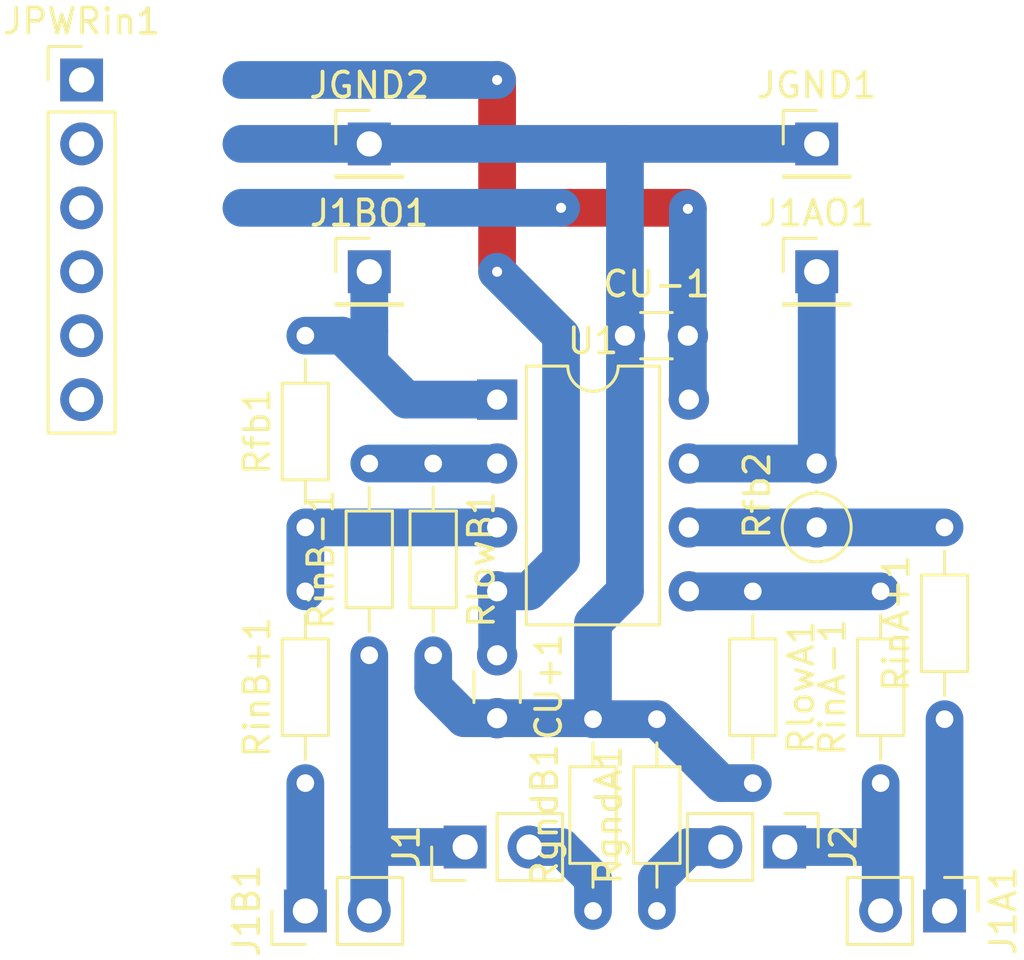
<source format=kicad_pcb>
(kicad_pcb (version 20171130) (host pcbnew 5.0.2-bee76a0~70~ubuntu16.04.1)

  (general
    (thickness 1.6)
    (drawings 0)
    (tracks 63)
    (zones 0)
    (modules 22)
    (nets 16)
  )

  (page A4)
  (layers
    (0 F.Cu signal)
    (31 B.Cu signal)
    (32 B.Adhes user)
    (33 F.Adhes user)
    (34 B.Paste user)
    (35 F.Paste user)
    (36 B.SilkS user)
    (37 F.SilkS user)
    (38 B.Mask user)
    (39 F.Mask user)
    (40 Dwgs.User user)
    (41 Cmts.User user)
    (42 Eco1.User user)
    (43 Eco2.User user)
    (44 Edge.Cuts user)
    (45 Margin user)
    (46 B.CrtYd user)
    (47 F.CrtYd user)
    (48 B.Fab user)
    (49 F.Fab user hide)
  )

  (setup
    (last_trace_width 1.5)
    (trace_clearance 0.2)
    (zone_clearance 0.508)
    (zone_45_only no)
    (trace_min 0.2)
    (segment_width 0.2)
    (edge_width 0.1)
    (via_size 0.8)
    (via_drill 0.4)
    (via_min_size 0.4)
    (via_min_drill 0.3)
    (uvia_size 0.3)
    (uvia_drill 0.1)
    (uvias_allowed no)
    (uvia_min_size 0.2)
    (uvia_min_drill 0.1)
    (pcb_text_width 0.3)
    (pcb_text_size 1.5 1.5)
    (mod_edge_width 0.15)
    (mod_text_size 1 1)
    (mod_text_width 0.15)
    (pad_size 1.5 1.5)
    (pad_drill 0.6)
    (pad_to_mask_clearance 0)
    (solder_mask_min_width 0.25)
    (aux_axis_origin 0 0)
    (visible_elements FFFFFF7F)
    (pcbplotparams
      (layerselection 0x010fc_ffffffff)
      (usegerberextensions false)
      (usegerberattributes false)
      (usegerberadvancedattributes false)
      (creategerberjobfile false)
      (excludeedgelayer true)
      (linewidth 0.100000)
      (plotframeref false)
      (viasonmask false)
      (mode 1)
      (useauxorigin false)
      (hpglpennumber 1)
      (hpglpenspeed 20)
      (hpglpendiameter 15.000000)
      (psnegative false)
      (psa4output false)
      (plotreference true)
      (plotvalue true)
      (plotinvisibletext false)
      (padsonsilk false)
      (subtractmaskfromsilk false)
      (outputformat 1)
      (mirror false)
      (drillshape 1)
      (scaleselection 1)
      (outputdirectory ""))
  )

  (net 0 "")
  (net 1 +15V)
  (net 2 GNDA)
  (net 3 -15V)
  (net 4 /input1/inB-)
  (net 5 "Net-(J1-Pad2)")
  (net 6 /input1/inA-)
  (net 7 "Net-(J2-Pad2)")
  (net 8 /input1/inA+)
  (net 9 /input1/inB+)
  (net 10 "Net-(Rfb1-Pad1)")
  (net 11 /input1/outB)
  (net 12 "Net-(Rfb2-Pad1)")
  (net 13 /input1/outA)
  (net 14 "Net-(RinA-1-Pad2)")
  (net 15 "Net-(RinB-1-Pad2)")

  (net_class Default "This is the default net class."
    (clearance 0.2)
    (trace_width 1.5)
    (via_dia 0.8)
    (via_drill 0.4)
    (uvia_dia 0.3)
    (uvia_drill 0.1)
    (add_net +15V)
    (add_net -15V)
    (add_net /input1/inA+)
    (add_net /input1/inA-)
    (add_net /input1/inB+)
    (add_net /input1/inB-)
    (add_net /input1/outA)
    (add_net /input1/outB)
    (add_net GNDA)
    (add_net "Net-(J1-Pad2)")
    (add_net "Net-(J2-Pad2)")
    (add_net "Net-(Rfb1-Pad1)")
    (add_net "Net-(Rfb2-Pad1)")
    (add_net "Net-(RinA-1-Pad2)")
    (add_net "Net-(RinB-1-Pad2)")
  )

  (module Capacitor_THT:C_Disc_D3.0mm_W1.6mm_P2.50mm (layer F.Cu) (tedit 5AE50EF0) (tstamp 5C05A0D3)
    (at 40.64 43.18 270)
    (descr "C, Disc series, Radial, pin pitch=2.50mm, , diameter*width=3.0*1.6mm^2, Capacitor, http://www.vishay.com/docs/45233/krseries.pdf")
    (tags "C Disc series Radial pin pitch 2.50mm  diameter 3.0mm width 1.6mm Capacitor")
    (path /5C06F581/5C073395)
    (fp_text reference CU+1 (at 1.25 -2.05 270) (layer F.SilkS)
      (effects (font (size 1 1) (thickness 0.15)))
    )
    (fp_text value 100n (at 1.25 2.05 270) (layer F.Fab)
      (effects (font (size 1 1) (thickness 0.15)))
    )
    (fp_line (start -0.25 -0.8) (end -0.25 0.8) (layer F.Fab) (width 0.1))
    (fp_line (start -0.25 0.8) (end 2.75 0.8) (layer F.Fab) (width 0.1))
    (fp_line (start 2.75 0.8) (end 2.75 -0.8) (layer F.Fab) (width 0.1))
    (fp_line (start 2.75 -0.8) (end -0.25 -0.8) (layer F.Fab) (width 0.1))
    (fp_line (start 0.621 -0.92) (end 1.879 -0.92) (layer F.SilkS) (width 0.12))
    (fp_line (start 0.621 0.92) (end 1.879 0.92) (layer F.SilkS) (width 0.12))
    (fp_line (start -1.05 -1.05) (end -1.05 1.05) (layer F.CrtYd) (width 0.05))
    (fp_line (start -1.05 1.05) (end 3.55 1.05) (layer F.CrtYd) (width 0.05))
    (fp_line (start 3.55 1.05) (end 3.55 -1.05) (layer F.CrtYd) (width 0.05))
    (fp_line (start 3.55 -1.05) (end -1.05 -1.05) (layer F.CrtYd) (width 0.05))
    (fp_text user %R (at 1.25 0 270) (layer F.Fab)
      (effects (font (size 0.6 0.6) (thickness 0.09)))
    )
    (pad 1 thru_hole circle (at 0 0 270) (size 1.6 1.6) (drill 0.8) (layers *.Cu *.Mask)
      (net 1 +15V))
    (pad 2 thru_hole circle (at 2.5 0 270) (size 1.6 1.6) (drill 0.8) (layers *.Cu *.Mask)
      (net 2 GNDA))
    (model ${KISYS3DMOD}/Capacitor_THT.3dshapes/C_Disc_D3.0mm_W1.6mm_P2.50mm.wrl
      (at (xyz 0 0 0))
      (scale (xyz 1 1 1))
      (rotate (xyz 0 0 0))
    )
  )

  (module Capacitor_THT:C_Disc_D3.0mm_W1.6mm_P2.50mm (layer F.Cu) (tedit 5AE50EF0) (tstamp 5C05A184)
    (at 45.72 30.48)
    (descr "C, Disc series, Radial, pin pitch=2.50mm, , diameter*width=3.0*1.6mm^2, Capacitor, http://www.vishay.com/docs/45233/krseries.pdf")
    (tags "C Disc series Radial pin pitch 2.50mm  diameter 3.0mm width 1.6mm Capacitor")
    (path /5C06F581/5C0733A6)
    (fp_text reference CU-1 (at 1.25 -2.05) (layer F.SilkS)
      (effects (font (size 1 1) (thickness 0.15)))
    )
    (fp_text value 100n (at 1.25 2.05) (layer F.Fab)
      (effects (font (size 1 1) (thickness 0.15)))
    )
    (fp_text user %R (at 1.25 0) (layer F.Fab)
      (effects (font (size 0.6 0.6) (thickness 0.09)))
    )
    (fp_line (start 3.55 -1.05) (end -1.05 -1.05) (layer F.CrtYd) (width 0.05))
    (fp_line (start 3.55 1.05) (end 3.55 -1.05) (layer F.CrtYd) (width 0.05))
    (fp_line (start -1.05 1.05) (end 3.55 1.05) (layer F.CrtYd) (width 0.05))
    (fp_line (start -1.05 -1.05) (end -1.05 1.05) (layer F.CrtYd) (width 0.05))
    (fp_line (start 0.621 0.92) (end 1.879 0.92) (layer F.SilkS) (width 0.12))
    (fp_line (start 0.621 -0.92) (end 1.879 -0.92) (layer F.SilkS) (width 0.12))
    (fp_line (start 2.75 -0.8) (end -0.25 -0.8) (layer F.Fab) (width 0.1))
    (fp_line (start 2.75 0.8) (end 2.75 -0.8) (layer F.Fab) (width 0.1))
    (fp_line (start -0.25 0.8) (end 2.75 0.8) (layer F.Fab) (width 0.1))
    (fp_line (start -0.25 -0.8) (end -0.25 0.8) (layer F.Fab) (width 0.1))
    (pad 2 thru_hole circle (at 2.5 0) (size 1.6 1.6) (drill 0.8) (layers *.Cu *.Mask)
      (net 3 -15V))
    (pad 1 thru_hole circle (at 0 0) (size 1.6 1.6) (drill 0.8) (layers *.Cu *.Mask)
      (net 2 GNDA))
    (model ${KISYS3DMOD}/Capacitor_THT.3dshapes/C_Disc_D3.0mm_W1.6mm_P2.50mm.wrl
      (at (xyz 0 0 0))
      (scale (xyz 1 1 1))
      (rotate (xyz 0 0 0))
    )
  )

  (module Connector_PinHeader_2.54mm:PinHeader_1x02_P2.54mm_Vertical (layer F.Cu) (tedit 59FED5CC) (tstamp 5C05A14A)
    (at 39.37 50.8 90)
    (descr "Through hole straight pin header, 1x02, 2.54mm pitch, single row")
    (tags "Through hole pin header THT 1x02 2.54mm single row")
    (path /5C06F581/5C072525)
    (fp_text reference J1 (at 0 -2.33 90) (layer F.SilkS)
      (effects (font (size 1 1) (thickness 0.15)))
    )
    (fp_text value Jumper (at 0 4.87 90) (layer F.Fab)
      (effects (font (size 1 1) (thickness 0.15)))
    )
    (fp_line (start -0.635 -1.27) (end 1.27 -1.27) (layer F.Fab) (width 0.1))
    (fp_line (start 1.27 -1.27) (end 1.27 3.81) (layer F.Fab) (width 0.1))
    (fp_line (start 1.27 3.81) (end -1.27 3.81) (layer F.Fab) (width 0.1))
    (fp_line (start -1.27 3.81) (end -1.27 -0.635) (layer F.Fab) (width 0.1))
    (fp_line (start -1.27 -0.635) (end -0.635 -1.27) (layer F.Fab) (width 0.1))
    (fp_line (start -1.33 3.87) (end 1.33 3.87) (layer F.SilkS) (width 0.12))
    (fp_line (start -1.33 1.27) (end -1.33 3.87) (layer F.SilkS) (width 0.12))
    (fp_line (start 1.33 1.27) (end 1.33 3.87) (layer F.SilkS) (width 0.12))
    (fp_line (start -1.33 1.27) (end 1.33 1.27) (layer F.SilkS) (width 0.12))
    (fp_line (start -1.33 0) (end -1.33 -1.33) (layer F.SilkS) (width 0.12))
    (fp_line (start -1.33 -1.33) (end 0 -1.33) (layer F.SilkS) (width 0.12))
    (fp_line (start -1.8 -1.8) (end -1.8 4.35) (layer F.CrtYd) (width 0.05))
    (fp_line (start -1.8 4.35) (end 1.8 4.35) (layer F.CrtYd) (width 0.05))
    (fp_line (start 1.8 4.35) (end 1.8 -1.8) (layer F.CrtYd) (width 0.05))
    (fp_line (start 1.8 -1.8) (end -1.8 -1.8) (layer F.CrtYd) (width 0.05))
    (fp_text user %R (at 0 1.27 180) (layer F.Fab)
      (effects (font (size 1 1) (thickness 0.15)))
    )
    (pad 1 thru_hole rect (at 0 0 90) (size 1.7 1.7) (drill 1) (layers *.Cu *.Mask)
      (net 4 /input1/inB-))
    (pad 2 thru_hole oval (at 0 2.54 90) (size 1.7 1.7) (drill 1) (layers *.Cu *.Mask)
      (net 5 "Net-(J1-Pad2)"))
    (model ${KISYS3DMOD}/Connector_PinHeader_2.54mm.3dshapes/PinHeader_1x02_P2.54mm_Vertical.wrl
      (at (xyz 0 0 0))
      (scale (xyz 1 1 1))
      (rotate (xyz 0 0 0))
    )
  )

  (module Connector_PinHeader_2.54mm:PinHeader_1x02_P2.54mm_Vertical (layer F.Cu) (tedit 5C05736E) (tstamp 5C059DCF)
    (at 52.07 50.8 270)
    (descr "Through hole straight pin header, 1x02, 2.54mm pitch, single row")
    (tags "Through hole pin header THT 1x02 2.54mm single row")
    (path /5C06F581/5C0724DE)
    (fp_text reference J2 (at 0 -2.33 270) (layer F.SilkS)
      (effects (font (size 1 1) (thickness 0.15)))
    )
    (fp_text value Jumper (at 0 4.87 270) (layer F.Fab)
      (effects (font (size 1 1) (thickness 0.15)))
    )
    (fp_line (start -0.635 -1.27) (end 1.27 -1.27) (layer F.Fab) (width 0.1))
    (fp_line (start 1.27 -1.27) (end 1.27 3.81) (layer F.Fab) (width 0.1))
    (fp_line (start 1.27 3.81) (end -1.27 3.81) (layer F.Fab) (width 0.1))
    (fp_line (start -1.27 3.81) (end -1.27 -0.635) (layer F.Fab) (width 0.1))
    (fp_line (start -1.27 -0.635) (end -0.635 -1.27) (layer F.Fab) (width 0.1))
    (fp_line (start -1.33 3.87) (end 1.33 3.87) (layer F.SilkS) (width 0.12))
    (fp_line (start -1.33 1.27) (end -1.33 3.87) (layer F.SilkS) (width 0.12))
    (fp_line (start 1.33 1.27) (end 1.33 3.87) (layer F.SilkS) (width 0.12))
    (fp_line (start -1.33 1.27) (end 1.33 1.27) (layer F.SilkS) (width 0.12))
    (fp_line (start -1.33 0) (end -1.33 -1.33) (layer F.SilkS) (width 0.12))
    (fp_line (start -1.33 -1.33) (end 0 -1.33) (layer F.SilkS) (width 0.12))
    (fp_line (start -1.8 -1.8) (end -1.8 4.35) (layer F.CrtYd) (width 0.05))
    (fp_line (start -1.8 4.35) (end 1.8 4.35) (layer F.CrtYd) (width 0.05))
    (fp_line (start 1.8 4.35) (end 1.8 -1.8) (layer F.CrtYd) (width 0.05))
    (fp_line (start 1.8 -1.8) (end -1.8 -1.8) (layer F.CrtYd) (width 0.05))
    (fp_text user %R (at 0 1.27) (layer F.Fab)
      (effects (font (size 1 1) (thickness 0.15)))
    )
    (pad 1 thru_hole rect (at 0 0 270) (size 1.7 1.7) (drill 1) (layers *.Cu *.Mask)
      (net 6 /input1/inA-))
    (pad 2 thru_hole oval (at 0 2.54 270) (size 1.7 1.7) (drill 1) (layers *.Cu *.Mask)
      (net 7 "Net-(J2-Pad2)"))
    (model ${KISYS3DMOD}/Connector_PinHeader_2.54mm.3dshapes/PinHeader_1x02_P2.54mm_Vertical.wrl
      (at (xyz 0 0 0))
      (scale (xyz 1 1 1))
      (rotate (xyz 0 0 0))
    )
  )

  (module Connector_PinHeader_2.54mm:PinHeader_1x02_P2.54mm_Vertical (layer F.Cu) (tedit 59FED5CC) (tstamp 5C059C61)
    (at 58.42 53.34 270)
    (descr "Through hole straight pin header, 1x02, 2.54mm pitch, single row")
    (tags "Through hole pin header THT 1x02 2.54mm single row")
    (path /5BC9D135)
    (fp_text reference J1A1 (at 0 -2.33 270) (layer F.SilkS)
      (effects (font (size 1 1) (thickness 0.15)))
    )
    (fp_text value "Audio In 1 A" (at 0 4.87 270) (layer F.Fab)
      (effects (font (size 1 1) (thickness 0.15)))
    )
    (fp_text user %R (at 0 1.27) (layer F.Fab)
      (effects (font (size 1 1) (thickness 0.15)))
    )
    (fp_line (start 1.8 -1.8) (end -1.8 -1.8) (layer F.CrtYd) (width 0.05))
    (fp_line (start 1.8 4.35) (end 1.8 -1.8) (layer F.CrtYd) (width 0.05))
    (fp_line (start -1.8 4.35) (end 1.8 4.35) (layer F.CrtYd) (width 0.05))
    (fp_line (start -1.8 -1.8) (end -1.8 4.35) (layer F.CrtYd) (width 0.05))
    (fp_line (start -1.33 -1.33) (end 0 -1.33) (layer F.SilkS) (width 0.12))
    (fp_line (start -1.33 0) (end -1.33 -1.33) (layer F.SilkS) (width 0.12))
    (fp_line (start -1.33 1.27) (end 1.33 1.27) (layer F.SilkS) (width 0.12))
    (fp_line (start 1.33 1.27) (end 1.33 3.87) (layer F.SilkS) (width 0.12))
    (fp_line (start -1.33 1.27) (end -1.33 3.87) (layer F.SilkS) (width 0.12))
    (fp_line (start -1.33 3.87) (end 1.33 3.87) (layer F.SilkS) (width 0.12))
    (fp_line (start -1.27 -0.635) (end -0.635 -1.27) (layer F.Fab) (width 0.1))
    (fp_line (start -1.27 3.81) (end -1.27 -0.635) (layer F.Fab) (width 0.1))
    (fp_line (start 1.27 3.81) (end -1.27 3.81) (layer F.Fab) (width 0.1))
    (fp_line (start 1.27 -1.27) (end 1.27 3.81) (layer F.Fab) (width 0.1))
    (fp_line (start -0.635 -1.27) (end 1.27 -1.27) (layer F.Fab) (width 0.1))
    (pad 2 thru_hole oval (at 0 2.54 270) (size 1.7 1.7) (drill 1) (layers *.Cu *.Mask)
      (net 6 /input1/inA-))
    (pad 1 thru_hole rect (at 0 0 270) (size 1.7 1.7) (drill 1) (layers *.Cu *.Mask)
      (net 8 /input1/inA+))
    (model ${KISYS3DMOD}/Connector_PinHeader_2.54mm.3dshapes/PinHeader_1x02_P2.54mm_Vertical.wrl
      (at (xyz 0 0 0))
      (scale (xyz 1 1 1))
      (rotate (xyz 0 0 0))
    )
  )

  (module Connector_PinHeader_2.54mm:PinHeader_1x01_P2.54mm_Vertical (layer F.Cu) (tedit 59FED5CC) (tstamp 5C059CBD)
    (at 53.34 27.94)
    (descr "Through hole straight pin header, 1x01, 2.54mm pitch, single row")
    (tags "Through hole pin header THT 1x01 2.54mm single row")
    (path /5BCCAE6C)
    (fp_text reference J1AO1 (at 0 -2.33) (layer F.SilkS)
      (effects (font (size 1 1) (thickness 0.15)))
    )
    (fp_text value toInVolume (at 0 2.33) (layer F.Fab)
      (effects (font (size 1 1) (thickness 0.15)))
    )
    (fp_text user %R (at 0 0 90) (layer F.Fab)
      (effects (font (size 1 1) (thickness 0.15)))
    )
    (fp_line (start 1.8 -1.8) (end -1.8 -1.8) (layer F.CrtYd) (width 0.05))
    (fp_line (start 1.8 1.8) (end 1.8 -1.8) (layer F.CrtYd) (width 0.05))
    (fp_line (start -1.8 1.8) (end 1.8 1.8) (layer F.CrtYd) (width 0.05))
    (fp_line (start -1.8 -1.8) (end -1.8 1.8) (layer F.CrtYd) (width 0.05))
    (fp_line (start -1.33 -1.33) (end 0 -1.33) (layer F.SilkS) (width 0.12))
    (fp_line (start -1.33 0) (end -1.33 -1.33) (layer F.SilkS) (width 0.12))
    (fp_line (start -1.33 1.27) (end 1.33 1.27) (layer F.SilkS) (width 0.12))
    (fp_line (start 1.33 1.27) (end 1.33 1.33) (layer F.SilkS) (width 0.12))
    (fp_line (start -1.33 1.27) (end -1.33 1.33) (layer F.SilkS) (width 0.12))
    (fp_line (start -1.33 1.33) (end 1.33 1.33) (layer F.SilkS) (width 0.12))
    (fp_line (start -1.27 -0.635) (end -0.635 -1.27) (layer F.Fab) (width 0.1))
    (fp_line (start -1.27 1.27) (end -1.27 -0.635) (layer F.Fab) (width 0.1))
    (fp_line (start 1.27 1.27) (end -1.27 1.27) (layer F.Fab) (width 0.1))
    (fp_line (start 1.27 -1.27) (end 1.27 1.27) (layer F.Fab) (width 0.1))
    (fp_line (start -0.635 -1.27) (end 1.27 -1.27) (layer F.Fab) (width 0.1))
    (pad 1 thru_hole rect (at 0 0) (size 1.7 1.7) (drill 1) (layers *.Cu *.Mask)
      (net 13 /input1/outA))
    (model ${KISYS3DMOD}/Connector_PinHeader_2.54mm.3dshapes/PinHeader_1x01_P2.54mm_Vertical.wrl
      (at (xyz 0 0 0))
      (scale (xyz 1 1 1))
      (rotate (xyz 0 0 0))
    )
  )

  (module Connector_PinHeader_2.54mm:PinHeader_1x02_P2.54mm_Vertical (layer F.Cu) (tedit 59FED5CC) (tstamp 5C05A099)
    (at 33.02 53.34 90)
    (descr "Through hole straight pin header, 1x02, 2.54mm pitch, single row")
    (tags "Through hole pin header THT 1x02 2.54mm single row")
    (path /5BCB9F7A)
    (fp_text reference J1B1 (at 0 -2.33 90) (layer F.SilkS)
      (effects (font (size 1 1) (thickness 0.15)))
    )
    (fp_text value "Audio In 1 B" (at 0 4.87 90) (layer F.Fab)
      (effects (font (size 1 1) (thickness 0.15)))
    )
    (fp_text user %R (at 0 1.27 180) (layer F.Fab)
      (effects (font (size 1 1) (thickness 0.15)))
    )
    (fp_line (start 1.8 -1.8) (end -1.8 -1.8) (layer F.CrtYd) (width 0.05))
    (fp_line (start 1.8 4.35) (end 1.8 -1.8) (layer F.CrtYd) (width 0.05))
    (fp_line (start -1.8 4.35) (end 1.8 4.35) (layer F.CrtYd) (width 0.05))
    (fp_line (start -1.8 -1.8) (end -1.8 4.35) (layer F.CrtYd) (width 0.05))
    (fp_line (start -1.33 -1.33) (end 0 -1.33) (layer F.SilkS) (width 0.12))
    (fp_line (start -1.33 0) (end -1.33 -1.33) (layer F.SilkS) (width 0.12))
    (fp_line (start -1.33 1.27) (end 1.33 1.27) (layer F.SilkS) (width 0.12))
    (fp_line (start 1.33 1.27) (end 1.33 3.87) (layer F.SilkS) (width 0.12))
    (fp_line (start -1.33 1.27) (end -1.33 3.87) (layer F.SilkS) (width 0.12))
    (fp_line (start -1.33 3.87) (end 1.33 3.87) (layer F.SilkS) (width 0.12))
    (fp_line (start -1.27 -0.635) (end -0.635 -1.27) (layer F.Fab) (width 0.1))
    (fp_line (start -1.27 3.81) (end -1.27 -0.635) (layer F.Fab) (width 0.1))
    (fp_line (start 1.27 3.81) (end -1.27 3.81) (layer F.Fab) (width 0.1))
    (fp_line (start 1.27 -1.27) (end 1.27 3.81) (layer F.Fab) (width 0.1))
    (fp_line (start -0.635 -1.27) (end 1.27 -1.27) (layer F.Fab) (width 0.1))
    (pad 2 thru_hole oval (at 0 2.54 90) (size 1.7 1.7) (drill 1) (layers *.Cu *.Mask)
      (net 4 /input1/inB-))
    (pad 1 thru_hole rect (at 0 0 90) (size 1.7 1.7) (drill 1) (layers *.Cu *.Mask)
      (net 9 /input1/inB+))
    (model ${KISYS3DMOD}/Connector_PinHeader_2.54mm.3dshapes/PinHeader_1x02_P2.54mm_Vertical.wrl
      (at (xyz 0 0 0))
      (scale (xyz 1 1 1))
      (rotate (xyz 0 0 0))
    )
  )

  (module Connector_PinHeader_2.54mm:PinHeader_1x01_P2.54mm_Vertical (layer F.Cu) (tedit 59FED5CC) (tstamp 5C05A05C)
    (at 35.56 27.94)
    (descr "Through hole straight pin header, 1x01, 2.54mm pitch, single row")
    (tags "Through hole pin header THT 1x01 2.54mm single row")
    (path /5C08C061)
    (fp_text reference J1BO1 (at 0 -2.33) (layer F.SilkS)
      (effects (font (size 1 1) (thickness 0.15)))
    )
    (fp_text value toInVolume (at 0 2.33) (layer F.Fab)
      (effects (font (size 1 1) (thickness 0.15)))
    )
    (fp_line (start -0.635 -1.27) (end 1.27 -1.27) (layer F.Fab) (width 0.1))
    (fp_line (start 1.27 -1.27) (end 1.27 1.27) (layer F.Fab) (width 0.1))
    (fp_line (start 1.27 1.27) (end -1.27 1.27) (layer F.Fab) (width 0.1))
    (fp_line (start -1.27 1.27) (end -1.27 -0.635) (layer F.Fab) (width 0.1))
    (fp_line (start -1.27 -0.635) (end -0.635 -1.27) (layer F.Fab) (width 0.1))
    (fp_line (start -1.33 1.33) (end 1.33 1.33) (layer F.SilkS) (width 0.12))
    (fp_line (start -1.33 1.27) (end -1.33 1.33) (layer F.SilkS) (width 0.12))
    (fp_line (start 1.33 1.27) (end 1.33 1.33) (layer F.SilkS) (width 0.12))
    (fp_line (start -1.33 1.27) (end 1.33 1.27) (layer F.SilkS) (width 0.12))
    (fp_line (start -1.33 0) (end -1.33 -1.33) (layer F.SilkS) (width 0.12))
    (fp_line (start -1.33 -1.33) (end 0 -1.33) (layer F.SilkS) (width 0.12))
    (fp_line (start -1.8 -1.8) (end -1.8 1.8) (layer F.CrtYd) (width 0.05))
    (fp_line (start -1.8 1.8) (end 1.8 1.8) (layer F.CrtYd) (width 0.05))
    (fp_line (start 1.8 1.8) (end 1.8 -1.8) (layer F.CrtYd) (width 0.05))
    (fp_line (start 1.8 -1.8) (end -1.8 -1.8) (layer F.CrtYd) (width 0.05))
    (fp_text user %R (at 0 0 90) (layer F.Fab)
      (effects (font (size 1 1) (thickness 0.15)))
    )
    (pad 1 thru_hole rect (at 0 0) (size 1.7 1.7) (drill 1) (layers *.Cu *.Mask)
      (net 11 /input1/outB))
    (model ${KISYS3DMOD}/Connector_PinHeader_2.54mm.3dshapes/PinHeader_1x01_P2.54mm_Vertical.wrl
      (at (xyz 0 0 0))
      (scale (xyz 1 1 1))
      (rotate (xyz 0 0 0))
    )
  )

  (module Connector_PinHeader_2.54mm:PinHeader_1x06_P2.54mm_Vertical (layer F.Cu) (tedit 59FED5CC) (tstamp 5C055E6C)
    (at 24.13 20.32)
    (descr "Through hole straight pin header, 1x06, 2.54mm pitch, single row")
    (tags "Through hole pin header THT 1x06 2.54mm single row")
    (path /5BD53C35)
    (fp_text reference JPWRin1 (at 0 -2.33) (layer F.SilkS)
      (effects (font (size 1 1) (thickness 0.15)))
    )
    (fp_text value "+-15V In" (at 0 15.03) (layer F.Fab)
      (effects (font (size 1 1) (thickness 0.15)))
    )
    (fp_line (start -0.635 -1.27) (end 1.27 -1.27) (layer F.Fab) (width 0.1))
    (fp_line (start 1.27 -1.27) (end 1.27 13.97) (layer F.Fab) (width 0.1))
    (fp_line (start 1.27 13.97) (end -1.27 13.97) (layer F.Fab) (width 0.1))
    (fp_line (start -1.27 13.97) (end -1.27 -0.635) (layer F.Fab) (width 0.1))
    (fp_line (start -1.27 -0.635) (end -0.635 -1.27) (layer F.Fab) (width 0.1))
    (fp_line (start -1.33 14.03) (end 1.33 14.03) (layer F.SilkS) (width 0.12))
    (fp_line (start -1.33 1.27) (end -1.33 14.03) (layer F.SilkS) (width 0.12))
    (fp_line (start 1.33 1.27) (end 1.33 14.03) (layer F.SilkS) (width 0.12))
    (fp_line (start -1.33 1.27) (end 1.33 1.27) (layer F.SilkS) (width 0.12))
    (fp_line (start -1.33 0) (end -1.33 -1.33) (layer F.SilkS) (width 0.12))
    (fp_line (start -1.33 -1.33) (end 0 -1.33) (layer F.SilkS) (width 0.12))
    (fp_line (start -1.8 -1.8) (end -1.8 14.5) (layer F.CrtYd) (width 0.05))
    (fp_line (start -1.8 14.5) (end 1.8 14.5) (layer F.CrtYd) (width 0.05))
    (fp_line (start 1.8 14.5) (end 1.8 -1.8) (layer F.CrtYd) (width 0.05))
    (fp_line (start 1.8 -1.8) (end -1.8 -1.8) (layer F.CrtYd) (width 0.05))
    (fp_text user %R (at 0 6.35 90) (layer F.Fab)
      (effects (font (size 1 1) (thickness 0.15)))
    )
    (pad 1 thru_hole rect (at 0 0) (size 1.7 1.7) (drill 1) (layers *.Cu *.Mask)
      (net 1 +15V))
    (pad 2 thru_hole oval (at 0 2.54) (size 1.7 1.7) (drill 1) (layers *.Cu *.Mask)
      (net 1 +15V))
    (pad 3 thru_hole oval (at 0 5.08) (size 1.7 1.7) (drill 1) (layers *.Cu *.Mask)
      (net 2 GNDA))
    (pad 4 thru_hole oval (at 0 7.62) (size 1.7 1.7) (drill 1) (layers *.Cu *.Mask)
      (net 2 GNDA))
    (pad 5 thru_hole oval (at 0 10.16) (size 1.7 1.7) (drill 1) (layers *.Cu *.Mask)
      (net 3 -15V))
    (pad 6 thru_hole oval (at 0 12.7) (size 1.7 1.7) (drill 1) (layers *.Cu *.Mask)
      (net 3 -15V))
    (model ${KISYS3DMOD}/Connector_PinHeader_2.54mm.3dshapes/PinHeader_1x06_P2.54mm_Vertical.wrl
      (at (xyz 0 0 0))
      (scale (xyz 1 1 1))
      (rotate (xyz 0 0 0))
    )
  )

  (module Resistor_THT:R_Axial_DIN0204_L3.6mm_D1.6mm_P7.62mm_Horizontal (layer F.Cu) (tedit 5AE5139B) (tstamp 5C059F0B)
    (at 46.99 53.34 90)
    (descr "Resistor, Axial_DIN0204 series, Axial, Horizontal, pin pitch=7.62mm, 0.167W, length*diameter=3.6*1.6mm^2, http://cdn-reichelt.de/documents/datenblatt/B400/1_4W%23YAG.pdf")
    (tags "Resistor Axial_DIN0204 series Axial Horizontal pin pitch 7.62mm 0.167W length 3.6mm diameter 1.6mm")
    (path /5C06F581/5C0724C4)
    (fp_text reference RgndA1 (at 3.81 -1.92 90) (layer F.SilkS)
      (effects (font (size 1 1) (thickness 0.15)))
    )
    (fp_text value 10 (at 3.81 1.92 90) (layer F.Fab)
      (effects (font (size 1 1) (thickness 0.15)))
    )
    (fp_text user %R (at 3.81 0 90) (layer F.Fab)
      (effects (font (size 0.72 0.72) (thickness 0.108)))
    )
    (fp_line (start 8.57 -1.05) (end -0.95 -1.05) (layer F.CrtYd) (width 0.05))
    (fp_line (start 8.57 1.05) (end 8.57 -1.05) (layer F.CrtYd) (width 0.05))
    (fp_line (start -0.95 1.05) (end 8.57 1.05) (layer F.CrtYd) (width 0.05))
    (fp_line (start -0.95 -1.05) (end -0.95 1.05) (layer F.CrtYd) (width 0.05))
    (fp_line (start 6.68 0) (end 5.73 0) (layer F.SilkS) (width 0.12))
    (fp_line (start 0.94 0) (end 1.89 0) (layer F.SilkS) (width 0.12))
    (fp_line (start 5.73 -0.92) (end 1.89 -0.92) (layer F.SilkS) (width 0.12))
    (fp_line (start 5.73 0.92) (end 5.73 -0.92) (layer F.SilkS) (width 0.12))
    (fp_line (start 1.89 0.92) (end 5.73 0.92) (layer F.SilkS) (width 0.12))
    (fp_line (start 1.89 -0.92) (end 1.89 0.92) (layer F.SilkS) (width 0.12))
    (fp_line (start 7.62 0) (end 5.61 0) (layer F.Fab) (width 0.1))
    (fp_line (start 0 0) (end 2.01 0) (layer F.Fab) (width 0.1))
    (fp_line (start 5.61 -0.8) (end 2.01 -0.8) (layer F.Fab) (width 0.1))
    (fp_line (start 5.61 0.8) (end 5.61 -0.8) (layer F.Fab) (width 0.1))
    (fp_line (start 2.01 0.8) (end 5.61 0.8) (layer F.Fab) (width 0.1))
    (fp_line (start 2.01 -0.8) (end 2.01 0.8) (layer F.Fab) (width 0.1))
    (pad 2 thru_hole oval (at 7.62 0 90) (size 1.4 1.4) (drill 0.7) (layers *.Cu *.Mask)
      (net 2 GNDA))
    (pad 1 thru_hole circle (at 0 0 90) (size 1.4 1.4) (drill 0.7) (layers *.Cu *.Mask)
      (net 7 "Net-(J2-Pad2)"))
    (model ${KISYS3DMOD}/Resistor_THT.3dshapes/R_Axial_DIN0204_L3.6mm_D1.6mm_P7.62mm_Horizontal.wrl
      (at (xyz 0 0 0))
      (scale (xyz 1 1 1))
      (rotate (xyz 0 0 0))
    )
  )

  (module Resistor_THT:R_Axial_DIN0204_L3.6mm_D1.6mm_P7.62mm_Horizontal (layer F.Cu) (tedit 5AE5139B) (tstamp 5C059F4D)
    (at 44.45 53.34 90)
    (descr "Resistor, Axial_DIN0204 series, Axial, Horizontal, pin pitch=7.62mm, 0.167W, length*diameter=3.6*1.6mm^2, http://cdn-reichelt.de/documents/datenblatt/B400/1_4W%23YAG.pdf")
    (tags "Resistor Axial_DIN0204 series Axial Horizontal pin pitch 7.62mm 0.167W length 3.6mm diameter 1.6mm")
    (path /5C06F581/5C072512)
    (fp_text reference RgndB1 (at 3.81 -1.92 90) (layer F.SilkS)
      (effects (font (size 1 1) (thickness 0.15)))
    )
    (fp_text value 10 (at 3.81 1.92 90) (layer F.Fab)
      (effects (font (size 1 1) (thickness 0.15)))
    )
    (fp_text user %R (at 3.81 0 90) (layer F.Fab)
      (effects (font (size 0.72 0.72) (thickness 0.108)))
    )
    (fp_line (start 8.57 -1.05) (end -0.95 -1.05) (layer F.CrtYd) (width 0.05))
    (fp_line (start 8.57 1.05) (end 8.57 -1.05) (layer F.CrtYd) (width 0.05))
    (fp_line (start -0.95 1.05) (end 8.57 1.05) (layer F.CrtYd) (width 0.05))
    (fp_line (start -0.95 -1.05) (end -0.95 1.05) (layer F.CrtYd) (width 0.05))
    (fp_line (start 6.68 0) (end 5.73 0) (layer F.SilkS) (width 0.12))
    (fp_line (start 0.94 0) (end 1.89 0) (layer F.SilkS) (width 0.12))
    (fp_line (start 5.73 -0.92) (end 1.89 -0.92) (layer F.SilkS) (width 0.12))
    (fp_line (start 5.73 0.92) (end 5.73 -0.92) (layer F.SilkS) (width 0.12))
    (fp_line (start 1.89 0.92) (end 5.73 0.92) (layer F.SilkS) (width 0.12))
    (fp_line (start 1.89 -0.92) (end 1.89 0.92) (layer F.SilkS) (width 0.12))
    (fp_line (start 7.62 0) (end 5.61 0) (layer F.Fab) (width 0.1))
    (fp_line (start 0 0) (end 2.01 0) (layer F.Fab) (width 0.1))
    (fp_line (start 5.61 -0.8) (end 2.01 -0.8) (layer F.Fab) (width 0.1))
    (fp_line (start 5.61 0.8) (end 5.61 -0.8) (layer F.Fab) (width 0.1))
    (fp_line (start 2.01 0.8) (end 5.61 0.8) (layer F.Fab) (width 0.1))
    (fp_line (start 2.01 -0.8) (end 2.01 0.8) (layer F.Fab) (width 0.1))
    (pad 2 thru_hole oval (at 7.62 0 90) (size 1.4 1.4) (drill 0.7) (layers *.Cu *.Mask)
      (net 2 GNDA))
    (pad 1 thru_hole circle (at 0 0 90) (size 1.4 1.4) (drill 0.7) (layers *.Cu *.Mask)
      (net 5 "Net-(J1-Pad2)"))
    (model ${KISYS3DMOD}/Resistor_THT.3dshapes/R_Axial_DIN0204_L3.6mm_D1.6mm_P7.62mm_Horizontal.wrl
      (at (xyz 0 0 0))
      (scale (xyz 1 1 1))
      (rotate (xyz 0 0 0))
    )
  )

  (module Resistor_THT:R_Axial_DIN0204_L3.6mm_D1.6mm_P7.62mm_Horizontal (layer F.Cu) (tedit 5AE5139B) (tstamp 5C059E63)
    (at 58.42 45.72 90)
    (descr "Resistor, Axial_DIN0204 series, Axial, Horizontal, pin pitch=7.62mm, 0.167W, length*diameter=3.6*1.6mm^2, http://cdn-reichelt.de/documents/datenblatt/B400/1_4W%23YAG.pdf")
    (tags "Resistor Axial_DIN0204 series Axial Horizontal pin pitch 7.62mm 0.167W length 3.6mm diameter 1.6mm")
    (path /5C06F581/5C07248F)
    (fp_text reference RinA+1 (at 3.81 -1.92 90) (layer F.SilkS)
      (effects (font (size 1 1) (thickness 0.15)))
    )
    (fp_text value 10k (at 3.81 1.92 90) (layer F.Fab)
      (effects (font (size 1 1) (thickness 0.15)))
    )
    (fp_text user %R (at 3.81 0 90) (layer F.Fab)
      (effects (font (size 0.72 0.72) (thickness 0.108)))
    )
    (fp_line (start 8.57 -1.05) (end -0.95 -1.05) (layer F.CrtYd) (width 0.05))
    (fp_line (start 8.57 1.05) (end 8.57 -1.05) (layer F.CrtYd) (width 0.05))
    (fp_line (start -0.95 1.05) (end 8.57 1.05) (layer F.CrtYd) (width 0.05))
    (fp_line (start -0.95 -1.05) (end -0.95 1.05) (layer F.CrtYd) (width 0.05))
    (fp_line (start 6.68 0) (end 5.73 0) (layer F.SilkS) (width 0.12))
    (fp_line (start 0.94 0) (end 1.89 0) (layer F.SilkS) (width 0.12))
    (fp_line (start 5.73 -0.92) (end 1.89 -0.92) (layer F.SilkS) (width 0.12))
    (fp_line (start 5.73 0.92) (end 5.73 -0.92) (layer F.SilkS) (width 0.12))
    (fp_line (start 1.89 0.92) (end 5.73 0.92) (layer F.SilkS) (width 0.12))
    (fp_line (start 1.89 -0.92) (end 1.89 0.92) (layer F.SilkS) (width 0.12))
    (fp_line (start 7.62 0) (end 5.61 0) (layer F.Fab) (width 0.1))
    (fp_line (start 0 0) (end 2.01 0) (layer F.Fab) (width 0.1))
    (fp_line (start 5.61 -0.8) (end 2.01 -0.8) (layer F.Fab) (width 0.1))
    (fp_line (start 5.61 0.8) (end 5.61 -0.8) (layer F.Fab) (width 0.1))
    (fp_line (start 2.01 0.8) (end 5.61 0.8) (layer F.Fab) (width 0.1))
    (fp_line (start 2.01 -0.8) (end 2.01 0.8) (layer F.Fab) (width 0.1))
    (pad 2 thru_hole oval (at 7.62 0 90) (size 1.4 1.4) (drill 0.7) (layers *.Cu *.Mask)
      (net 12 "Net-(Rfb2-Pad1)"))
    (pad 1 thru_hole circle (at 0 0 90) (size 1.4 1.4) (drill 0.7) (layers *.Cu *.Mask)
      (net 8 /input1/inA+))
    (model ${KISYS3DMOD}/Resistor_THT.3dshapes/R_Axial_DIN0204_L3.6mm_D1.6mm_P7.62mm_Horizontal.wrl
      (at (xyz 0 0 0))
      (scale (xyz 1 1 1))
      (rotate (xyz 0 0 0))
    )
  )

  (module Resistor_THT:R_Axial_DIN0204_L3.6mm_D1.6mm_P7.62mm_Horizontal (layer F.Cu) (tedit 5AE5139B) (tstamp 5C059D67)
    (at 55.88 48.26 90)
    (descr "Resistor, Axial_DIN0204 series, Axial, Horizontal, pin pitch=7.62mm, 0.167W, length*diameter=3.6*1.6mm^2, http://cdn-reichelt.de/documents/datenblatt/B400/1_4W%23YAG.pdf")
    (tags "Resistor Axial_DIN0204 series Axial Horizontal pin pitch 7.62mm 0.167W length 3.6mm diameter 1.6mm")
    (path /5C06F581/5C0724AF)
    (fp_text reference RinA-1 (at 3.81 -1.92 90) (layer F.SilkS)
      (effects (font (size 1 1) (thickness 0.15)))
    )
    (fp_text value 10k (at 3.81 1.92 90) (layer F.Fab)
      (effects (font (size 1 1) (thickness 0.15)))
    )
    (fp_text user %R (at 3.81 0 90) (layer F.Fab)
      (effects (font (size 0.72 0.72) (thickness 0.108)))
    )
    (fp_line (start 8.57 -1.05) (end -0.95 -1.05) (layer F.CrtYd) (width 0.05))
    (fp_line (start 8.57 1.05) (end 8.57 -1.05) (layer F.CrtYd) (width 0.05))
    (fp_line (start -0.95 1.05) (end 8.57 1.05) (layer F.CrtYd) (width 0.05))
    (fp_line (start -0.95 -1.05) (end -0.95 1.05) (layer F.CrtYd) (width 0.05))
    (fp_line (start 6.68 0) (end 5.73 0) (layer F.SilkS) (width 0.12))
    (fp_line (start 0.94 0) (end 1.89 0) (layer F.SilkS) (width 0.12))
    (fp_line (start 5.73 -0.92) (end 1.89 -0.92) (layer F.SilkS) (width 0.12))
    (fp_line (start 5.73 0.92) (end 5.73 -0.92) (layer F.SilkS) (width 0.12))
    (fp_line (start 1.89 0.92) (end 5.73 0.92) (layer F.SilkS) (width 0.12))
    (fp_line (start 1.89 -0.92) (end 1.89 0.92) (layer F.SilkS) (width 0.12))
    (fp_line (start 7.62 0) (end 5.61 0) (layer F.Fab) (width 0.1))
    (fp_line (start 0 0) (end 2.01 0) (layer F.Fab) (width 0.1))
    (fp_line (start 5.61 -0.8) (end 2.01 -0.8) (layer F.Fab) (width 0.1))
    (fp_line (start 5.61 0.8) (end 5.61 -0.8) (layer F.Fab) (width 0.1))
    (fp_line (start 2.01 0.8) (end 5.61 0.8) (layer F.Fab) (width 0.1))
    (fp_line (start 2.01 -0.8) (end 2.01 0.8) (layer F.Fab) (width 0.1))
    (pad 2 thru_hole oval (at 7.62 0 90) (size 1.4 1.4) (drill 0.7) (layers *.Cu *.Mask)
      (net 14 "Net-(RinA-1-Pad2)"))
    (pad 1 thru_hole circle (at 0 0 90) (size 1.4 1.4) (drill 0.7) (layers *.Cu *.Mask)
      (net 6 /input1/inA-))
    (model ${KISYS3DMOD}/Resistor_THT.3dshapes/R_Axial_DIN0204_L3.6mm_D1.6mm_P7.62mm_Horizontal.wrl
      (at (xyz 0 0 0))
      (scale (xyz 1 1 1))
      (rotate (xyz 0 0 0))
    )
  )

  (module Resistor_THT:R_Axial_DIN0204_L3.6mm_D1.6mm_P7.62mm_Horizontal (layer F.Cu) (tedit 5AE5139B) (tstamp 5C059D25)
    (at 33.02 48.26 90)
    (descr "Resistor, Axial_DIN0204 series, Axial, Horizontal, pin pitch=7.62mm, 0.167W, length*diameter=3.6*1.6mm^2, http://cdn-reichelt.de/documents/datenblatt/B400/1_4W%23YAG.pdf")
    (tags "Resistor Axial_DIN0204 series Axial Horizontal pin pitch 7.62mm 0.167W length 3.6mm diameter 1.6mm")
    (path /5C06F581/5C0724F2)
    (fp_text reference RinB+1 (at 3.81 -1.92 90) (layer F.SilkS)
      (effects (font (size 1 1) (thickness 0.15)))
    )
    (fp_text value 10k (at 3.81 1.92 90) (layer F.Fab)
      (effects (font (size 1 1) (thickness 0.15)))
    )
    (fp_text user %R (at 3.81 0 90) (layer F.Fab)
      (effects (font (size 0.72 0.72) (thickness 0.108)))
    )
    (fp_line (start 8.57 -1.05) (end -0.95 -1.05) (layer F.CrtYd) (width 0.05))
    (fp_line (start 8.57 1.05) (end 8.57 -1.05) (layer F.CrtYd) (width 0.05))
    (fp_line (start -0.95 1.05) (end 8.57 1.05) (layer F.CrtYd) (width 0.05))
    (fp_line (start -0.95 -1.05) (end -0.95 1.05) (layer F.CrtYd) (width 0.05))
    (fp_line (start 6.68 0) (end 5.73 0) (layer F.SilkS) (width 0.12))
    (fp_line (start 0.94 0) (end 1.89 0) (layer F.SilkS) (width 0.12))
    (fp_line (start 5.73 -0.92) (end 1.89 -0.92) (layer F.SilkS) (width 0.12))
    (fp_line (start 5.73 0.92) (end 5.73 -0.92) (layer F.SilkS) (width 0.12))
    (fp_line (start 1.89 0.92) (end 5.73 0.92) (layer F.SilkS) (width 0.12))
    (fp_line (start 1.89 -0.92) (end 1.89 0.92) (layer F.SilkS) (width 0.12))
    (fp_line (start 7.62 0) (end 5.61 0) (layer F.Fab) (width 0.1))
    (fp_line (start 0 0) (end 2.01 0) (layer F.Fab) (width 0.1))
    (fp_line (start 5.61 -0.8) (end 2.01 -0.8) (layer F.Fab) (width 0.1))
    (fp_line (start 5.61 0.8) (end 5.61 -0.8) (layer F.Fab) (width 0.1))
    (fp_line (start 2.01 0.8) (end 5.61 0.8) (layer F.Fab) (width 0.1))
    (fp_line (start 2.01 -0.8) (end 2.01 0.8) (layer F.Fab) (width 0.1))
    (pad 2 thru_hole oval (at 7.62 0 90) (size 1.4 1.4) (drill 0.7) (layers *.Cu *.Mask)
      (net 10 "Net-(Rfb1-Pad1)"))
    (pad 1 thru_hole circle (at 0 0 90) (size 1.4 1.4) (drill 0.7) (layers *.Cu *.Mask)
      (net 9 /input1/inB+))
    (model ${KISYS3DMOD}/Resistor_THT.3dshapes/R_Axial_DIN0204_L3.6mm_D1.6mm_P7.62mm_Horizontal.wrl
      (at (xyz 0 0 0))
      (scale (xyz 1 1 1))
      (rotate (xyz 0 0 0))
    )
  )

  (module Resistor_THT:R_Axial_DIN0204_L3.6mm_D1.6mm_P7.62mm_Horizontal (layer F.Cu) (tedit 5AE5139B) (tstamp 5C05A109)
    (at 35.56 43.18 90)
    (descr "Resistor, Axial_DIN0204 series, Axial, Horizontal, pin pitch=7.62mm, 0.167W, length*diameter=3.6*1.6mm^2, http://cdn-reichelt.de/documents/datenblatt/B400/1_4W%23YAG.pdf")
    (tags "Resistor Axial_DIN0204 series Axial Horizontal pin pitch 7.62mm 0.167W length 3.6mm diameter 1.6mm")
    (path /5C06F581/5C0724FE)
    (fp_text reference RinB-1 (at 3.81 -1.92 90) (layer F.SilkS)
      (effects (font (size 1 1) (thickness 0.15)))
    )
    (fp_text value 10k (at 3.81 1.92 90) (layer F.Fab)
      (effects (font (size 1 1) (thickness 0.15)))
    )
    (fp_line (start 2.01 -0.8) (end 2.01 0.8) (layer F.Fab) (width 0.1))
    (fp_line (start 2.01 0.8) (end 5.61 0.8) (layer F.Fab) (width 0.1))
    (fp_line (start 5.61 0.8) (end 5.61 -0.8) (layer F.Fab) (width 0.1))
    (fp_line (start 5.61 -0.8) (end 2.01 -0.8) (layer F.Fab) (width 0.1))
    (fp_line (start 0 0) (end 2.01 0) (layer F.Fab) (width 0.1))
    (fp_line (start 7.62 0) (end 5.61 0) (layer F.Fab) (width 0.1))
    (fp_line (start 1.89 -0.92) (end 1.89 0.92) (layer F.SilkS) (width 0.12))
    (fp_line (start 1.89 0.92) (end 5.73 0.92) (layer F.SilkS) (width 0.12))
    (fp_line (start 5.73 0.92) (end 5.73 -0.92) (layer F.SilkS) (width 0.12))
    (fp_line (start 5.73 -0.92) (end 1.89 -0.92) (layer F.SilkS) (width 0.12))
    (fp_line (start 0.94 0) (end 1.89 0) (layer F.SilkS) (width 0.12))
    (fp_line (start 6.68 0) (end 5.73 0) (layer F.SilkS) (width 0.12))
    (fp_line (start -0.95 -1.05) (end -0.95 1.05) (layer F.CrtYd) (width 0.05))
    (fp_line (start -0.95 1.05) (end 8.57 1.05) (layer F.CrtYd) (width 0.05))
    (fp_line (start 8.57 1.05) (end 8.57 -1.05) (layer F.CrtYd) (width 0.05))
    (fp_line (start 8.57 -1.05) (end -0.95 -1.05) (layer F.CrtYd) (width 0.05))
    (fp_text user %R (at 3.81 0 90) (layer F.Fab)
      (effects (font (size 0.72 0.72) (thickness 0.108)))
    )
    (pad 1 thru_hole circle (at 0 0 90) (size 1.4 1.4) (drill 0.7) (layers *.Cu *.Mask)
      (net 4 /input1/inB-))
    (pad 2 thru_hole oval (at 7.62 0 90) (size 1.4 1.4) (drill 0.7) (layers *.Cu *.Mask)
      (net 15 "Net-(RinB-1-Pad2)"))
    (model ${KISYS3DMOD}/Resistor_THT.3dshapes/R_Axial_DIN0204_L3.6mm_D1.6mm_P7.62mm_Horizontal.wrl
      (at (xyz 0 0 0))
      (scale (xyz 1 1 1))
      (rotate (xyz 0 0 0))
    )
  )

  (module Resistor_THT:R_Axial_DIN0204_L3.6mm_D1.6mm_P7.62mm_Horizontal (layer F.Cu) (tedit 5AE5139B) (tstamp 5C059FE0)
    (at 50.8 40.64 270)
    (descr "Resistor, Axial_DIN0204 series, Axial, Horizontal, pin pitch=7.62mm, 0.167W, length*diameter=3.6*1.6mm^2, http://cdn-reichelt.de/documents/datenblatt/B400/1_4W%23YAG.pdf")
    (tags "Resistor Axial_DIN0204 series Axial Horizontal pin pitch 7.62mm 0.167W length 3.6mm diameter 1.6mm")
    (path /5C06F581/5C0724B7)
    (fp_text reference RlowA1 (at 3.81 -1.92 270) (layer F.SilkS)
      (effects (font (size 1 1) (thickness 0.15)))
    )
    (fp_text value 10k (at 3.81 1.92 270) (layer F.Fab)
      (effects (font (size 1 1) (thickness 0.15)))
    )
    (fp_line (start 2.01 -0.8) (end 2.01 0.8) (layer F.Fab) (width 0.1))
    (fp_line (start 2.01 0.8) (end 5.61 0.8) (layer F.Fab) (width 0.1))
    (fp_line (start 5.61 0.8) (end 5.61 -0.8) (layer F.Fab) (width 0.1))
    (fp_line (start 5.61 -0.8) (end 2.01 -0.8) (layer F.Fab) (width 0.1))
    (fp_line (start 0 0) (end 2.01 0) (layer F.Fab) (width 0.1))
    (fp_line (start 7.62 0) (end 5.61 0) (layer F.Fab) (width 0.1))
    (fp_line (start 1.89 -0.92) (end 1.89 0.92) (layer F.SilkS) (width 0.12))
    (fp_line (start 1.89 0.92) (end 5.73 0.92) (layer F.SilkS) (width 0.12))
    (fp_line (start 5.73 0.92) (end 5.73 -0.92) (layer F.SilkS) (width 0.12))
    (fp_line (start 5.73 -0.92) (end 1.89 -0.92) (layer F.SilkS) (width 0.12))
    (fp_line (start 0.94 0) (end 1.89 0) (layer F.SilkS) (width 0.12))
    (fp_line (start 6.68 0) (end 5.73 0) (layer F.SilkS) (width 0.12))
    (fp_line (start -0.95 -1.05) (end -0.95 1.05) (layer F.CrtYd) (width 0.05))
    (fp_line (start -0.95 1.05) (end 8.57 1.05) (layer F.CrtYd) (width 0.05))
    (fp_line (start 8.57 1.05) (end 8.57 -1.05) (layer F.CrtYd) (width 0.05))
    (fp_line (start 8.57 -1.05) (end -0.95 -1.05) (layer F.CrtYd) (width 0.05))
    (fp_text user %R (at 3.81 0 270) (layer F.Fab)
      (effects (font (size 0.72 0.72) (thickness 0.108)))
    )
    (pad 1 thru_hole circle (at 0 0 270) (size 1.4 1.4) (drill 0.7) (layers *.Cu *.Mask)
      (net 14 "Net-(RinA-1-Pad2)"))
    (pad 2 thru_hole oval (at 7.62 0 270) (size 1.4 1.4) (drill 0.7) (layers *.Cu *.Mask)
      (net 2 GNDA))
    (model ${KISYS3DMOD}/Resistor_THT.3dshapes/R_Axial_DIN0204_L3.6mm_D1.6mm_P7.62mm_Horizontal.wrl
      (at (xyz 0 0 0))
      (scale (xyz 1 1 1))
      (rotate (xyz 0 0 0))
    )
  )

  (module Resistor_THT:R_Axial_DIN0204_L3.6mm_D1.6mm_P7.62mm_Horizontal (layer F.Cu) (tedit 5AE5139B) (tstamp 5C059F8F)
    (at 38.1 35.56 270)
    (descr "Resistor, Axial_DIN0204 series, Axial, Horizontal, pin pitch=7.62mm, 0.167W, length*diameter=3.6*1.6mm^2, http://cdn-reichelt.de/documents/datenblatt/B400/1_4W%23YAG.pdf")
    (tags "Resistor Axial_DIN0204 series Axial Horizontal pin pitch 7.62mm 0.167W length 3.6mm diameter 1.6mm")
    (path /5C06F581/5C072506)
    (fp_text reference RlowB1 (at 3.81 -1.92 270) (layer F.SilkS)
      (effects (font (size 1 1) (thickness 0.15)))
    )
    (fp_text value 10k (at 3.81 1.92 270) (layer F.Fab)
      (effects (font (size 1 1) (thickness 0.15)))
    )
    (fp_line (start 2.01 -0.8) (end 2.01 0.8) (layer F.Fab) (width 0.1))
    (fp_line (start 2.01 0.8) (end 5.61 0.8) (layer F.Fab) (width 0.1))
    (fp_line (start 5.61 0.8) (end 5.61 -0.8) (layer F.Fab) (width 0.1))
    (fp_line (start 5.61 -0.8) (end 2.01 -0.8) (layer F.Fab) (width 0.1))
    (fp_line (start 0 0) (end 2.01 0) (layer F.Fab) (width 0.1))
    (fp_line (start 7.62 0) (end 5.61 0) (layer F.Fab) (width 0.1))
    (fp_line (start 1.89 -0.92) (end 1.89 0.92) (layer F.SilkS) (width 0.12))
    (fp_line (start 1.89 0.92) (end 5.73 0.92) (layer F.SilkS) (width 0.12))
    (fp_line (start 5.73 0.92) (end 5.73 -0.92) (layer F.SilkS) (width 0.12))
    (fp_line (start 5.73 -0.92) (end 1.89 -0.92) (layer F.SilkS) (width 0.12))
    (fp_line (start 0.94 0) (end 1.89 0) (layer F.SilkS) (width 0.12))
    (fp_line (start 6.68 0) (end 5.73 0) (layer F.SilkS) (width 0.12))
    (fp_line (start -0.95 -1.05) (end -0.95 1.05) (layer F.CrtYd) (width 0.05))
    (fp_line (start -0.95 1.05) (end 8.57 1.05) (layer F.CrtYd) (width 0.05))
    (fp_line (start 8.57 1.05) (end 8.57 -1.05) (layer F.CrtYd) (width 0.05))
    (fp_line (start 8.57 -1.05) (end -0.95 -1.05) (layer F.CrtYd) (width 0.05))
    (fp_text user %R (at 3.81 0 270) (layer F.Fab)
      (effects (font (size 0.72 0.72) (thickness 0.108)))
    )
    (pad 1 thru_hole circle (at 0 0 270) (size 1.4 1.4) (drill 0.7) (layers *.Cu *.Mask)
      (net 15 "Net-(RinB-1-Pad2)"))
    (pad 2 thru_hole oval (at 7.62 0 270) (size 1.4 1.4) (drill 0.7) (layers *.Cu *.Mask)
      (net 2 GNDA))
    (model ${KISYS3DMOD}/Resistor_THT.3dshapes/R_Axial_DIN0204_L3.6mm_D1.6mm_P7.62mm_Horizontal.wrl
      (at (xyz 0 0 0))
      (scale (xyz 1 1 1))
      (rotate (xyz 0 0 0))
    )
  )

  (module Package_DIP:DIP-8_W7.62mm (layer F.Cu) (tedit 5A02E8C5) (tstamp 5C059C16)
    (at 40.64 33.02)
    (descr "8-lead though-hole mounted DIP package, row spacing 7.62 mm (300 mils)")
    (tags "THT DIP DIL PDIP 2.54mm 7.62mm 300mil")
    (path /5C06F581/5C072472)
    (fp_text reference U1 (at 3.81 -2.33) (layer F.SilkS)
      (effects (font (size 1 1) (thickness 0.15)))
    )
    (fp_text value LM4562 (at 3.81 9.95) (layer F.Fab)
      (effects (font (size 1 1) (thickness 0.15)))
    )
    (fp_arc (start 3.81 -1.33) (end 2.81 -1.33) (angle -180) (layer F.SilkS) (width 0.12))
    (fp_line (start 1.635 -1.27) (end 6.985 -1.27) (layer F.Fab) (width 0.1))
    (fp_line (start 6.985 -1.27) (end 6.985 8.89) (layer F.Fab) (width 0.1))
    (fp_line (start 6.985 8.89) (end 0.635 8.89) (layer F.Fab) (width 0.1))
    (fp_line (start 0.635 8.89) (end 0.635 -0.27) (layer F.Fab) (width 0.1))
    (fp_line (start 0.635 -0.27) (end 1.635 -1.27) (layer F.Fab) (width 0.1))
    (fp_line (start 2.81 -1.33) (end 1.16 -1.33) (layer F.SilkS) (width 0.12))
    (fp_line (start 1.16 -1.33) (end 1.16 8.95) (layer F.SilkS) (width 0.12))
    (fp_line (start 1.16 8.95) (end 6.46 8.95) (layer F.SilkS) (width 0.12))
    (fp_line (start 6.46 8.95) (end 6.46 -1.33) (layer F.SilkS) (width 0.12))
    (fp_line (start 6.46 -1.33) (end 4.81 -1.33) (layer F.SilkS) (width 0.12))
    (fp_line (start -1.1 -1.55) (end -1.1 9.15) (layer F.CrtYd) (width 0.05))
    (fp_line (start -1.1 9.15) (end 8.7 9.15) (layer F.CrtYd) (width 0.05))
    (fp_line (start 8.7 9.15) (end 8.7 -1.55) (layer F.CrtYd) (width 0.05))
    (fp_line (start 8.7 -1.55) (end -1.1 -1.55) (layer F.CrtYd) (width 0.05))
    (fp_text user %R (at 3.81 3.81) (layer F.Fab)
      (effects (font (size 1 1) (thickness 0.15)))
    )
    (pad 1 thru_hole rect (at 0 0) (size 1.6 1.6) (drill 0.8) (layers *.Cu *.Mask)
      (net 11 /input1/outB))
    (pad 5 thru_hole oval (at 7.62 7.62) (size 1.6 1.6) (drill 0.8) (layers *.Cu *.Mask)
      (net 14 "Net-(RinA-1-Pad2)"))
    (pad 2 thru_hole oval (at 0 2.54) (size 1.6 1.6) (drill 0.8) (layers *.Cu *.Mask)
      (net 15 "Net-(RinB-1-Pad2)"))
    (pad 6 thru_hole oval (at 7.62 5.08) (size 1.6 1.6) (drill 0.8) (layers *.Cu *.Mask)
      (net 12 "Net-(Rfb2-Pad1)"))
    (pad 3 thru_hole oval (at 0 5.08) (size 1.6 1.6) (drill 0.8) (layers *.Cu *.Mask)
      (net 10 "Net-(Rfb1-Pad1)"))
    (pad 7 thru_hole oval (at 7.62 2.54) (size 1.6 1.6) (drill 0.8) (layers *.Cu *.Mask)
      (net 13 /input1/outA))
    (pad 4 thru_hole oval (at 0 7.62) (size 1.6 1.6) (drill 0.8) (layers *.Cu *.Mask)
      (net 1 +15V))
    (pad 8 thru_hole oval (at 7.62 0) (size 1.6 1.6) (drill 0.8) (layers *.Cu *.Mask)
      (net 3 -15V))
    (model ${KISYS3DMOD}/Package_DIP.3dshapes/DIP-8_W7.62mm.wrl
      (at (xyz 0 0 0))
      (scale (xyz 1 1 1))
      (rotate (xyz 0 0 0))
    )
  )

  (module Resistor_THT:R_Axial_DIN0207_L6.3mm_D2.5mm_P2.54mm_Vertical (layer F.Cu) (tedit 5AE5139B) (tstamp 5C059CF3)
    (at 53.34 38.1 90)
    (descr "Resistor, Axial_DIN0207 series, Axial, Vertical, pin pitch=2.54mm, 0.25W = 1/4W, length*diameter=6.3*2.5mm^2, http://cdn-reichelt.de/documents/datenblatt/B400/1_4W%23YAG.pdf")
    (tags "Resistor Axial_DIN0207 series Axial Vertical pin pitch 2.54mm 0.25W = 1/4W length 6.3mm diameter 2.5mm")
    (path /5C06F581/5C072498)
    (fp_text reference Rfb2 (at 1.27 -2.37 90) (layer F.SilkS)
      (effects (font (size 1 1) (thickness 0.15)))
    )
    (fp_text value 10k (at 1.27 2.37 90) (layer F.Fab)
      (effects (font (size 1 1) (thickness 0.15)))
    )
    (fp_text user %R (at 1.27 -2.37 90) (layer F.Fab)
      (effects (font (size 1 1) (thickness 0.15)))
    )
    (fp_line (start 3.59 -1.5) (end -1.5 -1.5) (layer F.CrtYd) (width 0.05))
    (fp_line (start 3.59 1.5) (end 3.59 -1.5) (layer F.CrtYd) (width 0.05))
    (fp_line (start -1.5 1.5) (end 3.59 1.5) (layer F.CrtYd) (width 0.05))
    (fp_line (start -1.5 -1.5) (end -1.5 1.5) (layer F.CrtYd) (width 0.05))
    (fp_line (start 1.37 0) (end 1.44 0) (layer F.SilkS) (width 0.12))
    (fp_line (start 0 0) (end 2.54 0) (layer F.Fab) (width 0.1))
    (fp_circle (center 0 0) (end 1.37 0) (layer F.SilkS) (width 0.12))
    (fp_circle (center 0 0) (end 1.25 0) (layer F.Fab) (width 0.1))
    (pad 2 thru_hole oval (at 2.54 0 90) (size 1.6 1.6) (drill 0.8) (layers *.Cu *.Mask)
      (net 13 /input1/outA))
    (pad 1 thru_hole circle (at 0 0 90) (size 1.6 1.6) (drill 0.8) (layers *.Cu *.Mask)
      (net 12 "Net-(Rfb2-Pad1)"))
    (model ${KISYS3DMOD}/Resistor_THT.3dshapes/R_Axial_DIN0207_L6.3mm_D2.5mm_P2.54mm_Vertical.wrl
      (at (xyz 0 0 0))
      (scale (xyz 1 1 1))
      (rotate (xyz 0 0 0))
    )
  )

  (module Resistor_THT:R_Axial_DIN0204_L3.6mm_D1.6mm_P7.62mm_Horizontal (layer F.Cu) (tedit 5AE5139B) (tstamp 5C059E21)
    (at 33.02 38.1 90)
    (descr "Resistor, Axial_DIN0204 series, Axial, Horizontal, pin pitch=7.62mm, 0.167W, length*diameter=3.6*1.6mm^2, http://cdn-reichelt.de/documents/datenblatt/B400/1_4W%23YAG.pdf")
    (tags "Resistor Axial_DIN0204 series Axial Horizontal pin pitch 7.62mm 0.167W length 3.6mm diameter 1.6mm")
    (path /5C06F581/5C072534)
    (fp_text reference Rfb1 (at 3.81 -1.92 90) (layer F.SilkS)
      (effects (font (size 1 1) (thickness 0.15)))
    )
    (fp_text value 10k (at 3.81 1.92 90) (layer F.Fab)
      (effects (font (size 1 1) (thickness 0.15)))
    )
    (fp_line (start 2.01 -0.8) (end 2.01 0.8) (layer F.Fab) (width 0.1))
    (fp_line (start 2.01 0.8) (end 5.61 0.8) (layer F.Fab) (width 0.1))
    (fp_line (start 5.61 0.8) (end 5.61 -0.8) (layer F.Fab) (width 0.1))
    (fp_line (start 5.61 -0.8) (end 2.01 -0.8) (layer F.Fab) (width 0.1))
    (fp_line (start 0 0) (end 2.01 0) (layer F.Fab) (width 0.1))
    (fp_line (start 7.62 0) (end 5.61 0) (layer F.Fab) (width 0.1))
    (fp_line (start 1.89 -0.92) (end 1.89 0.92) (layer F.SilkS) (width 0.12))
    (fp_line (start 1.89 0.92) (end 5.73 0.92) (layer F.SilkS) (width 0.12))
    (fp_line (start 5.73 0.92) (end 5.73 -0.92) (layer F.SilkS) (width 0.12))
    (fp_line (start 5.73 -0.92) (end 1.89 -0.92) (layer F.SilkS) (width 0.12))
    (fp_line (start 0.94 0) (end 1.89 0) (layer F.SilkS) (width 0.12))
    (fp_line (start 6.68 0) (end 5.73 0) (layer F.SilkS) (width 0.12))
    (fp_line (start -0.95 -1.05) (end -0.95 1.05) (layer F.CrtYd) (width 0.05))
    (fp_line (start -0.95 1.05) (end 8.57 1.05) (layer F.CrtYd) (width 0.05))
    (fp_line (start 8.57 1.05) (end 8.57 -1.05) (layer F.CrtYd) (width 0.05))
    (fp_line (start 8.57 -1.05) (end -0.95 -1.05) (layer F.CrtYd) (width 0.05))
    (fp_text user %R (at 3.81 0 90) (layer F.Fab)
      (effects (font (size 0.72 0.72) (thickness 0.108)))
    )
    (pad 1 thru_hole circle (at 0 0 90) (size 1.4 1.4) (drill 0.7) (layers *.Cu *.Mask)
      (net 10 "Net-(Rfb1-Pad1)"))
    (pad 2 thru_hole oval (at 7.62 0 90) (size 1.4 1.4) (drill 0.7) (layers *.Cu *.Mask)
      (net 11 /input1/outB))
    (model ${KISYS3DMOD}/Resistor_THT.3dshapes/R_Axial_DIN0204_L3.6mm_D1.6mm_P7.62mm_Horizontal.wrl
      (at (xyz 0 0 0))
      (scale (xyz 1 1 1))
      (rotate (xyz 0 0 0))
    )
  )

  (module Connector_PinHeader_2.54mm:PinHeader_1x01_P2.54mm_Vertical (layer F.Cu) (tedit 59FED5CC) (tstamp 5C05A020)
    (at 53.34 22.86)
    (descr "Through hole straight pin header, 1x01, 2.54mm pitch, single row")
    (tags "Through hole pin header THT 1x01 2.54mm single row")
    (path /5C06F581/5C056E2C)
    (fp_text reference JGND1 (at 0 -2.33) (layer F.SilkS)
      (effects (font (size 1 1) (thickness 0.15)))
    )
    (fp_text value Conn_gnd (at 0 2.33) (layer F.Fab)
      (effects (font (size 1 1) (thickness 0.15)))
    )
    (fp_text user %R (at 0 0 90) (layer F.Fab)
      (effects (font (size 1 1) (thickness 0.15)))
    )
    (fp_line (start 1.8 -1.8) (end -1.8 -1.8) (layer F.CrtYd) (width 0.05))
    (fp_line (start 1.8 1.8) (end 1.8 -1.8) (layer F.CrtYd) (width 0.05))
    (fp_line (start -1.8 1.8) (end 1.8 1.8) (layer F.CrtYd) (width 0.05))
    (fp_line (start -1.8 -1.8) (end -1.8 1.8) (layer F.CrtYd) (width 0.05))
    (fp_line (start -1.33 -1.33) (end 0 -1.33) (layer F.SilkS) (width 0.12))
    (fp_line (start -1.33 0) (end -1.33 -1.33) (layer F.SilkS) (width 0.12))
    (fp_line (start -1.33 1.27) (end 1.33 1.27) (layer F.SilkS) (width 0.12))
    (fp_line (start 1.33 1.27) (end 1.33 1.33) (layer F.SilkS) (width 0.12))
    (fp_line (start -1.33 1.27) (end -1.33 1.33) (layer F.SilkS) (width 0.12))
    (fp_line (start -1.33 1.33) (end 1.33 1.33) (layer F.SilkS) (width 0.12))
    (fp_line (start -1.27 -0.635) (end -0.635 -1.27) (layer F.Fab) (width 0.1))
    (fp_line (start -1.27 1.27) (end -1.27 -0.635) (layer F.Fab) (width 0.1))
    (fp_line (start 1.27 1.27) (end -1.27 1.27) (layer F.Fab) (width 0.1))
    (fp_line (start 1.27 -1.27) (end 1.27 1.27) (layer F.Fab) (width 0.1))
    (fp_line (start -0.635 -1.27) (end 1.27 -1.27) (layer F.Fab) (width 0.1))
    (pad 1 thru_hole rect (at 0 0) (size 1.7 1.7) (drill 1) (layers *.Cu *.Mask)
      (net 2 GNDA))
    (model ${KISYS3DMOD}/Connector_PinHeader_2.54mm.3dshapes/PinHeader_1x01_P2.54mm_Vertical.wrl
      (at (xyz 0 0 0))
      (scale (xyz 1 1 1))
      (rotate (xyz 0 0 0))
    )
  )

  (module Connector_PinHeader_2.54mm:PinHeader_1x01_P2.54mm_Vertical (layer F.Cu) (tedit 59FED5CC) (tstamp 5C059ECA)
    (at 35.56 22.86)
    (descr "Through hole straight pin header, 1x01, 2.54mm pitch, single row")
    (tags "Through hole pin header THT 1x01 2.54mm single row")
    (path /5C06F581/5C0576D0)
    (fp_text reference JGND2 (at 0 -2.33) (layer F.SilkS)
      (effects (font (size 1 1) (thickness 0.15)))
    )
    (fp_text value Conn_gnd (at 0 2.33) (layer F.Fab)
      (effects (font (size 1 1) (thickness 0.15)))
    )
    (fp_line (start -0.635 -1.27) (end 1.27 -1.27) (layer F.Fab) (width 0.1))
    (fp_line (start 1.27 -1.27) (end 1.27 1.27) (layer F.Fab) (width 0.1))
    (fp_line (start 1.27 1.27) (end -1.27 1.27) (layer F.Fab) (width 0.1))
    (fp_line (start -1.27 1.27) (end -1.27 -0.635) (layer F.Fab) (width 0.1))
    (fp_line (start -1.27 -0.635) (end -0.635 -1.27) (layer F.Fab) (width 0.1))
    (fp_line (start -1.33 1.33) (end 1.33 1.33) (layer F.SilkS) (width 0.12))
    (fp_line (start -1.33 1.27) (end -1.33 1.33) (layer F.SilkS) (width 0.12))
    (fp_line (start 1.33 1.27) (end 1.33 1.33) (layer F.SilkS) (width 0.12))
    (fp_line (start -1.33 1.27) (end 1.33 1.27) (layer F.SilkS) (width 0.12))
    (fp_line (start -1.33 0) (end -1.33 -1.33) (layer F.SilkS) (width 0.12))
    (fp_line (start -1.33 -1.33) (end 0 -1.33) (layer F.SilkS) (width 0.12))
    (fp_line (start -1.8 -1.8) (end -1.8 1.8) (layer F.CrtYd) (width 0.05))
    (fp_line (start -1.8 1.8) (end 1.8 1.8) (layer F.CrtYd) (width 0.05))
    (fp_line (start 1.8 1.8) (end 1.8 -1.8) (layer F.CrtYd) (width 0.05))
    (fp_line (start 1.8 -1.8) (end -1.8 -1.8) (layer F.CrtYd) (width 0.05))
    (fp_text user %R (at 0 0 90) (layer F.Fab)
      (effects (font (size 1 1) (thickness 0.15)))
    )
    (pad 1 thru_hole rect (at 0 0) (size 1.7 1.7) (drill 1) (layers *.Cu *.Mask)
      (net 2 GNDA))
    (model ${KISYS3DMOD}/Connector_PinHeader_2.54mm.3dshapes/PinHeader_1x01_P2.54mm_Vertical.wrl
      (at (xyz 0 0 0))
      (scale (xyz 1 1 1))
      (rotate (xyz 0 0 0))
    )
  )

  (segment (start 40.64 40.64) (end 40.64 43.18) (width 1.5) (layer B.Cu) (net 1) (tstamp 5C059BF9) (status 30))
  (via (at 40.64 20.32) (size 0.8) (drill 0.4) (layers F.Cu B.Cu) (net 1) (tstamp 5C059BF6))
  (segment (start 40.64 27.94) (end 40.64 20.32) (width 1.5) (layer F.Cu) (net 1) (tstamp 5C059E9F))
  (via (at 40.64 27.94) (size 0.8) (drill 0.4) (layers F.Cu B.Cu) (net 1) (tstamp 5C059E9C))
  (segment (start 43.18 30.48) (end 40.64 27.94) (width 1.5) (layer B.Cu) (net 1) (tstamp 5C059E99))
  (segment (start 43.18 39.37) (end 43.18 30.48) (width 1.5) (layer B.Cu) (net 1) (tstamp 5C059E96))
  (segment (start 40.64 40.64) (end 41.91 40.64) (width 1.5) (layer B.Cu) (net 1) (tstamp 5C059E93) (status 10))
  (segment (start 41.91 40.64) (end 43.18 39.37) (width 1.5) (layer B.Cu) (net 1) (tstamp 5C059E90))
  (segment (start 40.64 20.32) (end 30.48 20.32) (width 1.5) (layer B.Cu) (net 1) (tstamp 5C059E09))
  (segment (start 44.41 45.68) (end 44.45 45.72) (width 1.5) (layer B.Cu) (net 2) (tstamp 5C059E03) (status 30))
  (segment (start 40.64 45.68) (end 44.41 45.68) (width 1.5) (layer B.Cu) (net 2) (tstamp 5C059E00) (status 30))
  (segment (start 44.45 45.72) (end 46.99 45.72) (width 1.5) (layer B.Cu) (net 2) (tstamp 5C059DFD) (status 30))
  (segment (start 38.1 43.18) (end 38.1 44.45) (width 1.5) (layer B.Cu) (net 2) (tstamp 5C059DFA) (status 10))
  (segment (start 39.33 45.68) (end 40.64 45.68) (width 1.5) (layer B.Cu) (net 2) (tstamp 5C059C9B) (status 20))
  (segment (start 38.1 44.45) (end 39.33 45.68) (width 1.5) (layer B.Cu) (net 2) (tstamp 5C059EF3))
  (segment (start 49.53 48.26) (end 46.99 45.72) (width 1.5) (layer B.Cu) (net 2) (tstamp 5C059C98) (status 20))
  (segment (start 50.8 48.26) (end 49.53 48.26) (width 1.5) (layer B.Cu) (net 2) (tstamp 5C059C95) (status 10))
  (segment (start 44.45 41.91) (end 44.45 45.72) (width 1.5) (layer B.Cu) (net 2) (tstamp 5C059C8F) (status 20))
  (segment (start 35.56 22.86) (end 30.48 22.86) (width 1.5) (layer B.Cu) (net 2))
  (segment (start 35.56 22.86) (end 45.72 22.86) (width 1.5) (layer B.Cu) (net 2))
  (segment (start 45.72 22.86) (end 53.34 22.86) (width 1.5) (layer B.Cu) (net 2))
  (segment (start 44.45 41.91) (end 45.72 40.64) (width 1.5) (layer B.Cu) (net 2))
  (segment (start 45.72 40.64) (end 45.72 30.48) (width 1.5) (layer B.Cu) (net 2))
  (segment (start 45.72 22.86) (end 45.72 30.48) (width 1.5) (layer B.Cu) (net 2))
  (segment (start 48.22 30.48) (end 48.22 25.44) (width 1.5) (layer B.Cu) (net 3))
  (via (at 48.22 25.44) (size 0.8) (drill 0.4) (layers F.Cu B.Cu) (net 3))
  (segment (start 48.22 32.98) (end 48.26 33.02) (width 1.5) (layer B.Cu) (net 3))
  (segment (start 48.22 30.48) (end 48.22 32.98) (width 1.5) (layer B.Cu) (net 3))
  (segment (start 30.48 25.4) (end 43.18 25.4) (width 1.5) (layer B.Cu) (net 3))
  (via (at 43.18 25.4) (size 0.8) (drill 0.4) (layers F.Cu B.Cu) (net 3))
  (segment (start 48.18 25.4) (end 48.22 25.44) (width 1.5) (layer F.Cu) (net 3))
  (segment (start 43.18 25.4) (end 48.18 25.4) (width 1.5) (layer F.Cu) (net 3))
  (segment (start 39.37 50.8) (end 35.56 50.8) (width 1.5) (layer B.Cu) (net 4))
  (segment (start 35.56 50.8) (end 35.56 43.18) (width 1.5) (layer B.Cu) (net 4))
  (segment (start 35.56 53.34) (end 35.56 50.8) (width 1.5) (layer B.Cu) (net 4))
  (segment (start 41.91 50.8) (end 43.18 50.8) (width 1.5) (layer B.Cu) (net 5))
  (segment (start 44.45 52.07) (end 44.45 53.34) (width 1.5) (layer B.Cu) (net 5))
  (segment (start 43.18 50.8) (end 44.45 52.07) (width 1.5) (layer B.Cu) (net 5))
  (segment (start 52.07 50.8) (end 55.88 50.8) (width 1.5) (layer B.Cu) (net 6))
  (segment (start 55.88 50.8) (end 55.88 53.34) (width 1.5) (layer B.Cu) (net 6))
  (segment (start 55.88 48.26) (end 55.88 50.8) (width 1.5) (layer B.Cu) (net 6))
  (segment (start 46.99 53.34) (end 46.99 52.07) (width 1.5) (layer B.Cu) (net 7))
  (segment (start 46.99 52.07) (end 48.26 50.8) (width 1.5) (layer B.Cu) (net 7))
  (segment (start 48.26 50.8) (end 49.53 50.8) (width 1.5) (layer B.Cu) (net 7))
  (segment (start 58.42 53.34) (end 58.42 45.72) (width 1.5) (layer B.Cu) (net 8) (tstamp 5C059DAC) (status 30))
  (segment (start 33.02 48.26) (end 33.02 53.34) (width 1.5) (layer B.Cu) (net 9) (tstamp 5C059DA9) (status 30))
  (segment (start 33.02 38.1) (end 40.64 38.1) (width 1.5) (layer B.Cu) (net 10) (tstamp 5C059DA6) (status 30))
  (segment (start 33.02 40.64) (end 33.02 38.1) (width 1.5) (layer B.Cu) (net 10) (tstamp 5C059DA3) (status 30))
  (segment (start 37.02 33.02) (end 35.56 31.56) (width 1.5) (layer B.Cu) (net 11) (tstamp 5C059DA0))
  (segment (start 40.64 33.02) (end 37.02 33.02) (width 1.5) (layer B.Cu) (net 11) (tstamp 5C059D9D) (status 10))
  (segment (start 34.48 30.48) (end 35.56 31.56) (width 1.5) (layer B.Cu) (net 11) (tstamp 5C059D9A))
  (segment (start 33.02 30.48) (end 34.48 30.48) (width 1.5) (layer B.Cu) (net 11) (tstamp 5C059D97) (status 10))
  (segment (start 35.56 30.29) (end 35.56 31.56) (width 1.5) (layer B.Cu) (net 11) (tstamp 5C059D94))
  (segment (start 35.56 27.94) (end 35.56 30.29) (width 1.5) (layer B.Cu) (net 11) (tstamp 5C059EB4) (status 10))
  (segment (start 58.42 38.1) (end 53.34 38.1) (width 1.5) (layer B.Cu) (net 12) (tstamp 5C059CA7) (status 30))
  (segment (start 53.34 38.1) (end 48.26 38.1) (width 1.5) (layer B.Cu) (net 12) (tstamp 5C059CA4) (status 30))
  (segment (start 53.34 35.56) (end 48.26 35.56) (width 1.5) (layer B.Cu) (net 13) (tstamp 5C059CA1) (status 30))
  (segment (start 53.34 29.21) (end 53.34 35.56) (width 1.5) (layer B.Cu) (net 13) (tstamp 5C059C9E) (status 20))
  (segment (start 53.34 29.21) (end 53.34 27.94) (width 1.5) (layer B.Cu) (net 13) (tstamp 5C059FC8) (status 20))
  (segment (start 50.8 40.64) (end 48.26 40.64) (width 1.5) (layer B.Cu) (net 14) (tstamp 5C059FC5) (status 30))
  (segment (start 55.88 40.64) (end 50.8 40.64) (width 1.5) (layer B.Cu) (net 14) (tstamp 5C059FC2) (status 30))
  (segment (start 40.64 35.56) (end 38.1 35.56) (width 1.5) (layer B.Cu) (net 15) (tstamp 5C059FBF) (status 30))
  (segment (start 35.56 35.56) (end 38.1 35.56) (width 1.5) (layer B.Cu) (net 15) (tstamp 5C059FBC) (status 30))

)

</source>
